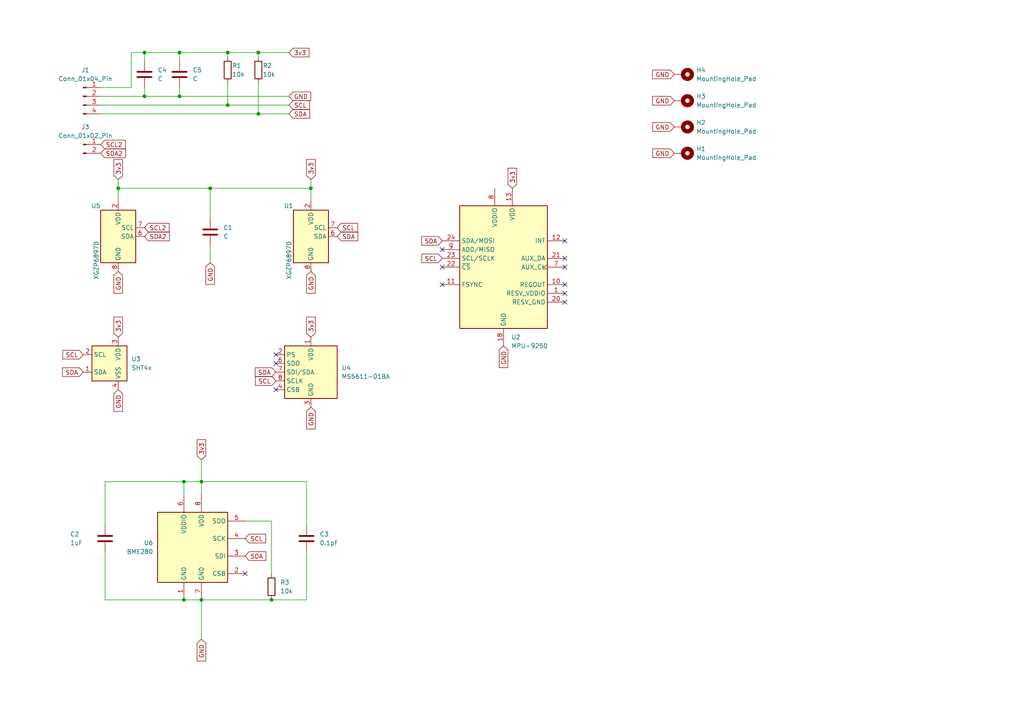
<source format=kicad_sch>
(kicad_sch (version 20230121) (generator eeschema)
  (paper "A4")
  (lib_symbols
    (symbol "Connector:Conn_01x02_Pin" (pin_names (offset 1.016) hide)
      (property "Reference" "J" (at 0 2.54 0))
      (property "Value" "Conn_01x02_Pin" (at 0 -5.08 0))
      (symbol "Conn_01x02_Pin_1_1"
        (polyline (pts (xy 1.27 -2.54) (xy 0.8636 -2.54)) (stroke (width 0.1524)))
        (polyline (pts (xy 1.27 0) (xy 0.8636 0)) (stroke (width 0.1524)))
        (rectangle (start 0.8636 -2.413) (end 0 -2.667) (stroke (width 0.1524)) (fill (type outline)))
        (rectangle (start 0.8636 0.127) (end 0 -0.127) (stroke (width 0.1524)) (fill (type outline)))
        (pin passive line (at 5.08 0 180) (length 3.81) (name "Pin_1") (number "1"))
        (pin passive line (at 5.08 -2.54 180) (length 3.81) (name "Pin_2") (number "2"))
      )
    )
    (symbol "Connector:Conn_01x04_Pin" (pin_names (offset 1.016) hide)
      (property "Reference" "J" (at 0 5.08 0))
      (property "Value" "Conn_01x04_Pin" (at 0 -7.62 0))
      (symbol "Conn_01x04_Pin_1_1"
        (polyline (pts (xy 1.27 -5.08) (xy 0.8636 -5.08)) (stroke (width 0.1524)))
        (polyline (pts (xy 1.27 -2.54) (xy 0.8636 -2.54)) (stroke (width 0.1524)))
        (polyline (pts (xy 1.27 0) (xy 0.8636 0)) (stroke (width 0.1524)))
        (polyline (pts (xy 1.27 2.54) (xy 0.8636 2.54)) (stroke (width 0.1524)))
        (rectangle (start 0.8636 -4.953) (end 0 -5.207) (stroke (width 0.1524)) (fill (type outline)))
        (rectangle (start 0.8636 -2.413) (end 0 -2.667) (stroke (width 0.1524)) (fill (type outline)))
        (rectangle (start 0.8636 0.127) (end 0 -0.127) (stroke (width 0.1524)) (fill (type outline)))
        (rectangle (start 0.8636 2.667) (end 0 2.413) (stroke (width 0.1524)) (fill (type outline)))
        (pin passive line (at 5.08 2.54 180) (length 3.81) (name "Pin_1") (number "1"))
        (pin passive line (at 5.08 0 180) (length 3.81) (name "Pin_2") (number "2"))
        (pin passive line (at 5.08 -2.54 180) (length 3.81) (name "Pin_3") (number "3"))
        (pin passive line (at 5.08 -5.08 180) (length 3.81) (name "Pin_4") (number "4"))
      )
    )
    (symbol "Device:C" (pin_numbers hide) (pin_names (offset 0.254))
      (property "Reference" "C" (at 0.635 2.54 0))
      (property "Value" "C" (at 0.635 -2.54 0))
      (symbol "C_0_1"
        (polyline (pts (xy -2.032 -0.762) (xy 2.032 -0.762)) (stroke (width 0.508)))
        (polyline (pts (xy -2.032 0.762) (xy 2.032 0.762)) (stroke (width 0.508)))
      )
      (symbol "C_1_1"
        (pin passive line (at 0 3.81 270) (length 2.794) (name "~") (number "1"))
        (pin passive line (at 0 -3.81 90) (length 2.794) (name "~") (number "2"))
      )
    )
    (symbol "Device:R" (pin_numbers hide) (pin_names (offset 0))
      (property "Reference" "R" (at 2.032 0 90))
      (property "Value" "R" (at 0 0 90))
      (symbol "R_0_1"
        (rectangle (start -1.016 -2.54) (end 1.016 2.54) (stroke (width 0.254)))
      )
      (symbol "R_1_1"
        (pin passive line (at 0 3.81 270) (length 1.27) (name "~") (number "1"))
        (pin passive line (at 0 -3.81 90) (length 1.27) (name "~") (number "2"))
      )
    )
    (symbol "Diff_Pressure:MS5611-01BA"
      (property "Reference" "U" (at -6.35 8.89 0))
      (property "Value" "MS5611-01BA" (at 7.62 8.89 0))
      (symbol "MS5611-01BA_0_1"
        (rectangle (start -7.62 7.62) (end 7.62 -7.62) (stroke (width 0.254)) (fill (type background)))
      )
      (symbol "MS5611-01BA_1_1"
        (pin power_in line (at 0 10.16 270) (length 2.54) (name "VDD") (number "1"))
        (pin input line (at -10.16 5.08 0) (length 2.54) (name "PS") (number "2"))
        (pin power_in line (at 0 -10.16 90) (length 2.54) (name "GND") (number "3"))
        (pin input line (at -10.16 -5.08 0) (length 2.54) (name "CSB") (number "4"))
        (pin input line (at -10.16 -5.08 0) (length 2.54) hide (name "CSB") (number "5"))
        (pin output line (at -10.16 2.54 0) (length 2.54) (name "SDO") (number "6"))
        (pin bidirectional line (at -10.16 0 0) (length 2.54) (name "SDI/SDA") (number "7"))
        (pin input line (at -10.16 -2.54 0) (length 2.54) (name "SCLK") (number "8"))
      )
    )
    (symbol "Diff_Pressure:XGZP6897D"
      (property "Reference" "U" (at -5.08 8.89 0))
      (property "Value" "XGZP6897D" (at 1.27 8.89 0))
      (symbol "XGZP6897D_0_1"
        (rectangle (start -5.08 7.62) (end 5.08 -7.62) (stroke (width 0.254)) (fill (type background)))
      )
      (symbol "XGZP6897D_1_0"
        (pin no_connect line (at -5.08 2.54 0) (length 2.54) hide (name "NC") (number "1"))
        (pin no_connect line (at -5.08 0 0) (length 2.54) hide (name "NC") (number "3"))
        (pin no_connect line (at -5.08 -2.54 0) (length 2.54) hide (name "NC") (number "4"))
        (pin no_connect line (at -5.08 -5.08 0) (length 2.54) hide (name "NC") (number "5"))
      )
      (symbol "XGZP6897D_1_1"
        (pin power_in line (at 0 10.16 270) (length 2.54) (name "VDD") (number "2"))
        (pin bidirectional line (at 7.62 0 180) (length 2.54) (name "SDA") (number "6"))
        (pin passive line (at 7.62 2.54 180) (length 2.54) (name "SCL") (number "7"))
        (pin power_in line (at 0 -10.16 90) (length 2.54) (name "GND") (number "8"))
      )
    )
    (symbol "Mechanical:MountingHole_Pad" (pin_numbers hide) (pin_names (offset 1.016) hide)
      (property "Reference" "H" (at 0 6.35 0))
      (property "Value" "MountingHole_Pad" (at 0 4.445 0))
      (symbol "MountingHole_Pad_0_1"
        (circle (center 0 1.27) (radius 1.27) (stroke (width 1.27)))
      )
      (symbol "MountingHole_Pad_1_1"
        (pin input line (at 0 -2.54 90) (length 2.54) (name "1") (number "1"))
      )
    )
    (symbol "Sensor:BME280"
      (property "Reference" "U" (at -8.89 11.43 0))
      (property "Value" "BME280" (at 7.62 11.43 0))
      (symbol "BME280_0_1"
        (rectangle (start -10.16 10.16) (end 10.16 -10.16) (stroke (width 0.254)) (fill (type background)))
      )
      (symbol "BME280_1_1"
        (pin power_in line (at -2.54 -15.24 90) (length 5.08) (name "GND") (number "1"))
        (pin input line (at 15.24 -7.62 180) (length 5.08) (name "CSB") (number "2"))
        (pin bidirectional line (at 15.24 -2.54 180) (length 5.08) (name "SDI") (number "3"))
        (pin input line (at 15.24 2.54 180) (length 5.08) (name "SCK") (number "4"))
        (pin bidirectional line (at 15.24 7.62 180) (length 5.08) (name "SDO") (number "5"))
        (pin power_in line (at -2.54 15.24 270) (length 5.08) (name "VDDIO") (number "6"))
        (pin power_in line (at 2.54 -15.24 90) (length 5.08) (name "GND") (number "7"))
        (pin power_in line (at 2.54 15.24 270) (length 5.08) (name "VDD") (number "8"))
      )
    )
    (symbol "Sensor_Humidity:SHT4x"
      (property "Reference" "U" (at 0 8.89 0))
      (property "Value" "SHT4x" (at 0 6.35 0))
      (symbol "SHT4x_1_1"
        (rectangle (start -5.08 5.08) (end 5.08 -5.08) (stroke (width 0.254)) (fill (type background)))
        (pin bidirectional line (at -7.62 -2.54 0) (length 2.54) (name "SDA") (number "1"))
        (pin input line (at -7.62 2.54 0) (length 2.54) (name "SCL") (number "2"))
        (pin power_in line (at 2.54 7.62 270) (length 2.54) (name "VDD") (number "3"))
        (pin power_in line (at 2.54 -7.62 90) (length 2.54) (name "VSS") (number "4"))
      )
    )
    (symbol "Sensor_Motion:MPU-9250"
      (property "Reference" "U" (at -11.43 19.05 0))
      (property "Value" "MPU-9250" (at 7.62 -19.05 0))
      (symbol "MPU-9250_0_1"
        (rectangle (start -12.7 17.78) (end 12.7 -17.78) (stroke (width 0.254)) (fill (type background)))
      )
      (symbol "MPU-9250_1_1"
        (pin input line (at 17.78 -7.62 180) (length 5.08) (name "RESV_VDDIO") (number "1"))
        (pin passive line (at 17.78 -5.08 180) (length 5.08) (name "REGOUT") (number "10"))
        (pin input line (at -17.78 -5.08 0) (length 5.08) (name "FSYNC") (number "11"))
        (pin output line (at 17.78 7.62 180) (length 5.08) (name "INT") (number "12"))
        (pin power_in line (at 2.54 22.86 270) (length 5.08) (name "VDD") (number "13"))
        (pin power_in line (at 0 -22.86 90) (length 5.08) (name "GND") (number "18"))
        (pin power_in line (at 17.78 -10.16 180) (length 5.08) (name "RESV_GND") (number "20"))
        (pin bidirectional line (at 17.78 2.54 180) (length 5.08) (name "AUX_DA") (number "21"))
        (pin input line (at -17.78 0 0) (length 5.08) (name "~{CS}") (number "22"))
        (pin input line (at -17.78 2.54 0) (length 5.08) (name "SCL/SCLK") (number "23"))
        (pin bidirectional line (at -17.78 7.62 0) (length 5.08) (name "SDA/MOSI") (number "24"))
        (pin output clock (at 17.78 0 180) (length 5.08) (name "AUX_CL") (number "7"))
        (pin power_in line (at -2.54 22.86 270) (length 5.08) (name "VDDIO") (number "8"))
        (pin bidirectional line (at -17.78 5.08 0) (length 5.08) (name "AD0/MISO") (number "9"))
      )
    )
  )
  (junction (at 90.17 54.61))
  (junction (at 60.96 54.61))
  (junction (at 34.29 54.61))
  (junction (at 78.74 173.99))
  (junction (at 66.04 15.24))
  (junction (at 52.07 15.24))
  (junction (at 41.91 27.94))
  (junction (at 66.04 30.48))
  (junction (at 58.42 173.99))
  (junction (at 74.93 15.24))
  (junction (at 58.42 139.7))
  (junction (at 41.91 15.24))
  (junction (at 52.07 27.94))
  (junction (at 53.34 139.7))
  (junction (at 53.34 173.99))
  (junction (at 74.93 33.02))
  (no_connect (at 163.83 77.47))
  (no_connect (at 163.83 74.93))
  (no_connect (at 163.83 69.85))
  (no_connect (at 163.83 82.55))
  (no_connect (at 128.27 82.55))
  (no_connect (at 128.27 72.39))
  (no_connect (at 163.83 87.63))
  (no_connect (at 80.01 102.87))
  (no_connect (at 80.01 105.41))
  (no_connect (at 80.01 113.03))
  (no_connect (at 128.27 77.47))
  (no_connect (at 71.12 166.37))
  (no_connect (at 163.83 85.09))
  (wire (pts (xy 66.04 15.24) (xy 66.04 16.51)))
  (wire (pts (xy 41.91 27.94) (xy 52.07 27.94)))
  (wire (pts (xy 60.96 54.61) (xy 60.96 63.5)))
  (wire (pts (xy 41.91 15.24) (xy 41.91 17.78)))
  (wire (pts (xy 38.1 15.24) (xy 41.91 15.24)))
  (wire (pts (xy 52.07 15.24) (xy 66.04 15.24)))
  (wire (pts (xy 74.93 15.24) (xy 74.93 16.51)))
  (wire (pts (xy 83.82 30.48) (xy 66.04 30.48)))
  (wire (pts (xy 30.48 160.02) (xy 30.48 173.99)))
  (wire (pts (xy 66.04 15.24) (xy 74.93 15.24)))
  (wire (pts (xy 60.96 54.61) (xy 90.17 54.61)))
  (wire (pts (xy 60.96 76.2) (xy 60.96 71.12)))
  (wire (pts (xy 58.42 185.42) (xy 58.42 173.99)))
  (wire (pts (xy 78.74 173.99) (xy 58.42 173.99)))
  (wire (pts (xy 38.1 15.24) (xy 38.1 25.4)))
  (wire (pts (xy 52.07 27.94) (xy 83.82 27.94)))
  (wire (pts (xy 41.91 27.94) (xy 29.21 27.94)))
  (wire (pts (xy 38.1 25.4) (xy 29.21 25.4)))
  (wire (pts (xy 58.42 139.7) (xy 88.9 139.7)))
  (wire (pts (xy 88.9 160.02) (xy 88.9 173.99)))
  (wire (pts (xy 90.17 54.61) (xy 90.17 58.42)))
  (wire (pts (xy 41.91 25.4) (xy 41.91 27.94)))
  (wire (pts (xy 53.34 139.7) (xy 58.42 139.7)))
  (wire (pts (xy 53.34 143.51) (xy 53.34 139.7)))
  (wire (pts (xy 29.21 33.02) (xy 74.93 33.02)))
  (wire (pts (xy 83.82 15.24) (xy 74.93 15.24)))
  (wire (pts (xy 74.93 24.13) (xy 74.93 33.02)))
  (wire (pts (xy 58.42 133.35) (xy 58.42 139.7)))
  (wire (pts (xy 52.07 25.4) (xy 52.07 27.94)))
  (wire (pts (xy 41.91 15.24) (xy 52.07 15.24)))
  (wire (pts (xy 29.21 30.48) (xy 66.04 30.48)))
  (wire (pts (xy 58.42 139.7) (xy 58.42 143.51)))
  (wire (pts (xy 30.48 173.99) (xy 53.34 173.99)))
  (wire (pts (xy 88.9 152.4) (xy 88.9 139.7)))
  (wire (pts (xy 53.34 173.99) (xy 58.42 173.99)))
  (wire (pts (xy 90.17 52.07) (xy 90.17 54.61)))
  (wire (pts (xy 78.74 151.13) (xy 78.74 166.37)))
  (wire (pts (xy 52.07 15.24) (xy 52.07 17.78)))
  (wire (pts (xy 34.29 54.61) (xy 60.96 54.61)))
  (wire (pts (xy 30.48 139.7) (xy 53.34 139.7)))
  (wire (pts (xy 71.12 151.13) (xy 78.74 151.13)))
  (wire (pts (xy 83.82 33.02) (xy 74.93 33.02)))
  (wire (pts (xy 34.29 54.61) (xy 34.29 58.42)))
  (wire (pts (xy 66.04 24.13) (xy 66.04 30.48)))
  (wire (pts (xy 78.74 173.99) (xy 88.9 173.99)))
  (wire (pts (xy 30.48 152.4) (xy 30.48 139.7)))
  (wire (pts (xy 34.29 52.07) (xy 34.29 54.61)))
  (global_label "SCL" (shape input) (at 24.13 102.87 180) (property "Intersheetrefs" "${INTERSHEET_REFS}" (effects hide)))
  (global_label "SDA" (shape input) (at 83.82 33.02 0) (property "Intersheetrefs" "${INTERSHEET_REFS}" (effects hide)))
  (global_label "GND" (shape input) (at 146.05 100.33 270) (property "Intersheetrefs" "${INTERSHEET_REFS}" (effects hide)))
  (global_label "GND" (shape input) (at 90.17 78.74 270) (property "Intersheetrefs" "${INTERSHEET_REFS}" (effects hide)))
  (global_label "SDA" (shape input) (at 128.27 69.85 180) (property "Intersheetrefs" "${INTERSHEET_REFS}" (effects hide)))
  (global_label "GND" (shape input) (at 58.42 185.42 270) (property "Intersheetrefs" "${INTERSHEET_REFS}" (effects hide)))
  (global_label "SDA" (shape input) (at 80.01 107.95 180) (property "Intersheetrefs" "${INTERSHEET_REFS}" (effects hide)))
  (global_label "SDA2" (shape input) (at 29.21 44.45 0) (property "Intersheetrefs" "${INTERSHEET_REFS}" (effects hide)))
  (global_label "SCL2" (shape input) (at 29.21 41.91 0) (property "Intersheetrefs" "${INTERSHEET_REFS}" (effects hide)))
  (global_label "GND" (shape input) (at 34.29 113.03 270) (property "Intersheetrefs" "${INTERSHEET_REFS}" (effects hide)))
  (global_label "GND" (shape input) (at 60.96 76.2 270) (property "Intersheetrefs" "${INTERSHEET_REFS}" (effects hide)))
  (global_label "SCL2" (shape input) (at 41.91 66.04 0) (property "Intersheetrefs" "${INTERSHEET_REFS}" (effects hide)))
  (global_label "SCL" (shape input) (at 80.01 110.49 180) (property "Intersheetrefs" "${INTERSHEET_REFS}" (effects hide)))
  (global_label "3v3" (shape input) (at 34.29 52.07 90) (property "Intersheetrefs" "${INTERSHEET_REFS}" (effects hide)))
  (global_label "3v3" (shape input) (at 90.17 52.07 90) (property "Intersheetrefs" "${INTERSHEET_REFS}" (effects hide)))
  (global_label "GND" (shape input) (at 195.58 36.83 180) (property "Intersheetrefs" "${INTERSHEET_REFS}" (effects hide)))
  (global_label "SCL" (shape input) (at 71.12 156.21 0) (property "Intersheetrefs" "${INTERSHEET_REFS}" (effects hide)))
  (global_label "SCL" (shape input) (at 83.82 30.48 0) (property "Intersheetrefs" "${INTERSHEET_REFS}" (effects hide)))
  (global_label "3v3" (shape input) (at 148.59 54.61 90) (property "Intersheetrefs" "${INTERSHEET_REFS}" (effects hide)))
  (global_label "3v3" (shape input) (at 58.42 133.35 90) (property "Intersheetrefs" "${INTERSHEET_REFS}" (effects hide)))
  (global_label "3v3" (shape input) (at 83.82 15.24 0) (property "Intersheetrefs" "${INTERSHEET_REFS}" (effects hide)))
  (global_label "GND" (shape input) (at 83.82 27.94 0) (property "Intersheetrefs" "${INTERSHEET_REFS}" (effects hide)))
  (global_label "SCL" (shape input) (at 97.79 66.04 0) (property "Intersheetrefs" "${INTERSHEET_REFS}" (effects hide)))
  (global_label "SDA" (shape input) (at 97.79 68.58 0) (property "Intersheetrefs" "${INTERSHEET_REFS}" (effects hide)))
  (global_label "GND" (shape input) (at 195.58 44.45 180) (property "Intersheetrefs" "${INTERSHEET_REFS}" (effects hide)))
  (global_label "SDA2" (shape input) (at 41.91 68.58 0) (property "Intersheetrefs" "${INTERSHEET_REFS}" (effects hide)))
  (global_label "SDA" (shape input) (at 24.13 107.95 180) (property "Intersheetrefs" "${INTERSHEET_REFS}" (effects hide)))
  (global_label "GND" (shape input) (at 195.58 21.59 180) (property "Intersheetrefs" "${INTERSHEET_REFS}" (effects hide)))
  (global_label "SCL" (shape input) (at 128.27 74.93 180) (property "Intersheetrefs" "${INTERSHEET_REFS}" (effects hide)))
  (global_label "3v3" (shape input) (at 34.29 97.79 90) (property "Intersheetrefs" "${INTERSHEET_REFS}" (effects hide)))
  (global_label "SDA" (shape input) (at 71.12 161.29 0) (property "Intersheetrefs" "${INTERSHEET_REFS}" (effects hide)))
  (global_label "GND" (shape input) (at 34.29 78.74 270) (property "Intersheetrefs" "${INTERSHEET_REFS}" (effects hide)))
  (global_label "GND" (shape input) (at 195.58 29.21 180) (property "Intersheetrefs" "${INTERSHEET_REFS}" (effects hide)))
  (global_label "3v3" (shape input) (at 90.17 97.79 90) (property "Intersheetrefs" "${INTERSHEET_REFS}" (effects hide)))
  (global_label "GND" (shape input) (at 90.17 118.11 270) (property "Intersheetrefs" "${INTERSHEET_REFS}" (effects hide)))
  (symbol (lib_id "Mechanical:MountingHole_Pad") (at 198.12 29.21 270) (unit 1)
    (property "Reference" "H3" (at 201.93 27.94 90) (effects (justify left)))
    (property "Value" "MountingHole_Pad" (at 201.93 30.48 90) (effects (justify left)))
    (property "Footprint" "MountingHole:MountingHole_2.7mm_M2.5_ISO14580_Pad" (effects hide))
  )
  (symbol (lib_id "Device:R") (at 66.04 20.32 0) (unit 1)
    (property "Reference" "R1" (at 67.31 19.05 0) (effects (justify left)))
    (property "Value" "10k" (at 67.31 21.59 0) (effects (justify left)))
    (property "Footprint" "Resistor_SMD:R_0805_2012Metric" (effects hide))
  )
  (symbol (lib_id "Mechanical:MountingHole_Pad") (at 198.12 44.45 270) (unit 1)
    (property "Reference" "H1" (at 201.93 43.18 90) (effects (justify left)))
    (property "Value" "MountingHole_Pad" (at 201.93 45.72 90) (effects (justify left)))
    (property "Footprint" "MountingHole:MountingHole_2.7mm_M2.5_ISO14580_Pad" (effects hide))
  )
  (symbol (lib_id "Diff_Pressure:XGZP6897D") (at 90.17 68.58 0) (unit 1)
    (property "Reference" "U1" (at 85.09 59.69 0) (effects (justify right)))
    (property "Value" "XGZP6897D" (at 83.82 69.85 90) (effects (justify right)))
    (property "Footprint" "niig:CFSensor_XGZP6897x" (effects hide))
    (property "Datasheet" "https://cfsensor.com/wp-content/uploads/2022/11/XGZP6897D-Pressure-Sensor-V2.7.pdf" (effects hide))
  )
  (symbol (lib_id "Connector:Conn_01x04_Pin") (at 24.13 27.94 0) (unit 1)
    (property "Reference" "J1" (at 24.765 20.32 0))
    (property "Value" "Conn_01x04_Pin" (at 24.765 22.86 0))
    (property "Footprint" "Connector_PinHeader_2.54mm:PinHeader_1x04_P2.54mm_Vertical" (effects hide))
  )
  (symbol (lib_id "Device:R") (at 78.74 170.18 0) (unit 1)
    (property "Reference" "R3" (at 81.28 168.91 0) (effects (justify left)))
    (property "Value" "10k" (at 81.28 171.45 0) (effects (justify left)))
    (property "Footprint" "Resistor_SMD:R_0805_2012Metric" (effects hide))
  )
  (symbol (lib_id "Connector:Conn_01x02_Pin") (at 24.13 41.91 0) (unit 1)
    (property "Reference" "J3" (at 24.765 36.83 0))
    (property "Value" "Conn_01x02_Pin" (at 24.765 39.37 0))
    (property "Footprint" "Connector_PinHeader_2.54mm:PinHeader_1x02_P2.54mm_Vertical" (effects hide))
  )
  (symbol (lib_id "Device:C") (at 88.9 156.21 0) (unit 1)
    (property "Reference" "C3" (at 92.71 154.94 0) (effects (justify left)))
    (property "Value" "0.1pF" (at 92.71 157.48 0) (effects (justify left)))
  )
  (symbol (lib_id "Device:C") (at 41.91 21.59 0) (unit 1)
    (property "Reference" "C4" (at 45.72 20.32 0) (effects (justify left)))
    (property "Value" "C" (at 45.72 22.86 0) (effects (justify left)))
    (property "Footprint" "Capacitor_SMD:C_0805_2012Metric" (effects hide))
  )
  (symbol (lib_id "Device:R") (at 74.93 20.32 0) (unit 1)
    (property "Reference" "R2" (at 76.2 19.05 0) (effects (justify left)))
    (property "Value" "10k" (at 76.2 21.59 0) (effects (justify left)))
    (property "Footprint" "Resistor_SMD:R_0805_2012Metric" (effects hide))
  )
  (symbol (lib_id "Mechanical:MountingHole_Pad") (at 198.12 21.59 270) (unit 1)
    (property "Reference" "H4" (at 201.93 20.32 90) (effects (justify left)))
    (property "Value" "MountingHole_Pad" (at 201.93 22.86 90) (effects (justify left)))
    (property "Footprint" "MountingHole:MountingHole_2.7mm_M2.5_ISO14580_Pad" (effects hide))
  )
  (symbol (lib_id "Device:C") (at 52.07 21.59 0) (unit 1)
    (property "Reference" "C5" (at 55.88 20.32 0) (effects (justify left)))
    (property "Value" "C" (at 55.88 22.86 0) (effects (justify left)))
    (property "Footprint" "Capacitor_SMD:C_0805_2012Metric" (effects hide))
  )
  (symbol (lib_id "Diff_Pressure:XGZP6897D") (at 34.29 68.58 0) (unit 1)
    (property "Reference" "U5" (at 29.21 59.69 0) (effects (justify right)))
    (property "Value" "XGZP6897D" (at 27.94 69.85 90) (effects (justify right)))
    (property "Footprint" "niig:CFSensor_XGZP6897x" (effects hide))
    (property "Datasheet" "https://cfsensor.com/wp-content/uploads/2022/11/XGZP6897D-Pressure-Sensor-V2.7.pdf" (effects hide))
  )
  (symbol (lib_id "Sensor_Motion:MPU-9250") (at 146.05 77.47 0) (unit 1)
    (property "Reference" "U2" (at 148.2441 97.79 0) (effects (justify left)))
    (property "Value" "MPU-9250" (at 148.2441 100.33 0) (effects (justify left)))
    (property "Footprint" "Sensor_Motion:InvenSense_QFN-24_3x3mm_P0.4mm" (effects hide))
    (property "Datasheet" "https://invensense.tdk.com/wp-content/uploads/2015/02/PS-MPU-9250A-01-v1.1.pdf" (effects hide))
  )
  (symbol (lib_id "Diff_Pressure:MS5611-01BA") (at 90.17 107.95 0) (unit 1)
    (property "Reference" "U4" (at 99.06 106.68 0) (effects (justify left)))
    (property "Value" "MS5611-01BA" (at 99.06 109.22 0) (effects (justify left)))
    (property "Footprint" "Package_LGA:LGA-8_3x5mm_P1.25mm" (effects hide))
    (property "Datasheet" "https://www.te.com/commerce/DocumentDelivery/DDEController?Action=srchrtrv&DocNm=MS5611-01BA03&DocType=Data+Sheet&DocLang=English" (effects hide))
  )
  (symbol (lib_id "Sensor_Humidity:SHT4x") (at 31.75 105.41 0) (unit 1)
    (property "Reference" "U3" (at 38.1 104.14 0) (effects (justify left)))
    (property "Value" "SHT4x" (at 38.1 106.68 0) (effects (justify left)))
    (property "Footprint" "Sensor_Humidity:Sensirion_DFN-4_1.5x1.5mm_P0.8mm_SHT4x_NoCentralPad" (effects hide))
    (property "Datasheet" "https://sensirion.com/media/documents/33FD6951/624C4357/Datasheet_SHT4x.pdf" (effects hide))
  )
  (symbol (lib_id "Device:C") (at 60.96 67.31 0) (unit 1)
    (property "Reference" "C1" (at 64.77 66.04 0) (effects (justify left)))
    (property "Value" "C" (at 64.77 68.58 0) (effects (justify left)))
  )
  (symbol (lib_id "Mechanical:MountingHole_Pad") (at 198.12 36.83 270) (unit 1)
    (property "Reference" "H2" (at 201.93 35.56 90) (effects (justify left)))
    (property "Value" "MountingHole_Pad" (at 201.93 38.1 90) (effects (justify left)))
    (property "Footprint" "MountingHole:MountingHole_2.7mm_M2.5_ISO14580_Pad" (effects hide))
  )
  (symbol (lib_id "Sensor:BME280") (at 55.88 158.75 0) (unit 1)
    (property "Reference" "U6" (at 44.45 157.48 0) (effects (justify right)))
    (property "Value" "BME280" (at 44.45 160.02 0) (effects (justify right)))
    (property "Footprint" "Package_LGA:Bosch_LGA-8_2.5x2.5mm_P0.65mm_ClockwisePinNumbering" (effects hide))
    (property "Datasheet" "https://www.bosch-sensortec.com/media/boschsensortec/downloads/datasheets/bst-bme280-ds002.pdf" (effects hide))
  )
  (symbol (lib_id "Device:C") (at 30.48 156.21 0) (unit 1)
    (property "Reference" "C2" (at 20.32 154.94 0) (effects (justify left)))
    (property "Value" "1uF" (at 20.32 157.48 0) (effects (justify left)))
  )
)
</source>
